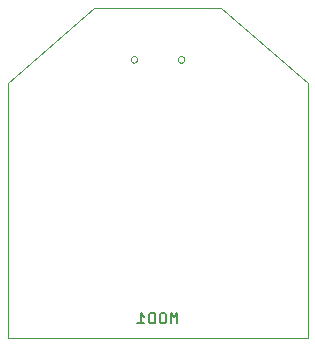
<source format=gbo>
G75*
G70*
%OFA0B0*%
%FSLAX24Y24*%
%IPPOS*%
%LPD*%
%AMOC8*
5,1,8,0,0,1.08239X$1,22.5*
%
%ADD10C,0.0000*%
%ADD11C,0.0060*%
D10*
X000645Y000524D02*
X000645Y009019D01*
X003520Y011524D01*
X007770Y011524D01*
X010645Y009019D01*
X010645Y000524D01*
X000645Y000524D01*
X004750Y009803D02*
X004752Y009823D01*
X004758Y009843D01*
X004767Y009861D01*
X004780Y009878D01*
X004795Y009891D01*
X004813Y009901D01*
X004833Y009908D01*
X004853Y009911D01*
X004873Y009910D01*
X004893Y009905D01*
X004912Y009897D01*
X004929Y009885D01*
X004943Y009870D01*
X004954Y009852D01*
X004962Y009833D01*
X004966Y009813D01*
X004966Y009793D01*
X004962Y009773D01*
X004954Y009754D01*
X004943Y009736D01*
X004929Y009721D01*
X004912Y009709D01*
X004893Y009701D01*
X004873Y009696D01*
X004853Y009695D01*
X004833Y009698D01*
X004813Y009705D01*
X004795Y009715D01*
X004780Y009728D01*
X004767Y009745D01*
X004758Y009763D01*
X004752Y009783D01*
X004750Y009803D01*
X006324Y009803D02*
X006326Y009823D01*
X006332Y009843D01*
X006341Y009861D01*
X006354Y009878D01*
X006369Y009891D01*
X006387Y009901D01*
X006407Y009908D01*
X006427Y009911D01*
X006447Y009910D01*
X006467Y009905D01*
X006486Y009897D01*
X006503Y009885D01*
X006517Y009870D01*
X006528Y009852D01*
X006536Y009833D01*
X006540Y009813D01*
X006540Y009793D01*
X006536Y009773D01*
X006528Y009754D01*
X006517Y009736D01*
X006503Y009721D01*
X006486Y009709D01*
X006467Y009701D01*
X006447Y009696D01*
X006427Y009695D01*
X006407Y009698D01*
X006387Y009705D01*
X006369Y009715D01*
X006354Y009728D01*
X006341Y009745D01*
X006332Y009763D01*
X006326Y009783D01*
X006324Y009803D01*
D11*
X006309Y001345D02*
X006196Y001232D01*
X006082Y001345D01*
X006082Y001005D01*
X005941Y001062D02*
X005884Y001005D01*
X005771Y001005D01*
X005714Y001062D01*
X005714Y001288D01*
X005771Y001345D01*
X005884Y001345D01*
X005941Y001288D01*
X005941Y001062D01*
X006309Y001005D02*
X006309Y001345D01*
X005572Y001345D02*
X005572Y001005D01*
X005402Y001005D01*
X005345Y001062D01*
X005345Y001288D01*
X005402Y001345D01*
X005572Y001345D01*
X005204Y001232D02*
X005091Y001345D01*
X005091Y001005D01*
X005204Y001005D02*
X004977Y001005D01*
M02*

</source>
